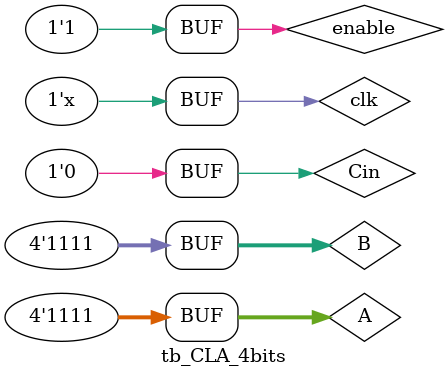
<source format=v>
`timescale 1ns / 1ps


module tb_CLA_4bits;

reg clk;
reg enable;
reg[3:0] A;
reg[3:0] B;
reg Cin;
wire[4:0] Q;

CLA_4bits uut (
    .clk(clk),    
    .enable(enable),
    .A(A),
    .B(B),
    .Cin(Cin),
    .Q(Q)
);

initial begin

clk = 0;
enable = 0;

A = 4'b0000;
B = 4'b0101;
Cin = 1'b0;

#50;

enable = 1;

#50;

A = 4'b0101;
B = 4'b0111;
Cin = 1'b0;

#50;

A = 4'b1000;
B = 4'b0111;
Cin = 1'b1;

#50;

A = 4'b1001;
B = 4'b0100;
Cin = 1'b0;

#50;

A = 4'b1000;
B = 4'b1000;
Cin = 1'b1;

#50;

A = 4'b1101;
B = 4'b1010;
Cin = 1'b1;

#50;

A = 4'b1111;
B = 4'b1111;
Cin = 1'b0;

#50;

end

always
#1 clk = ~clk;

endmodule

</source>
